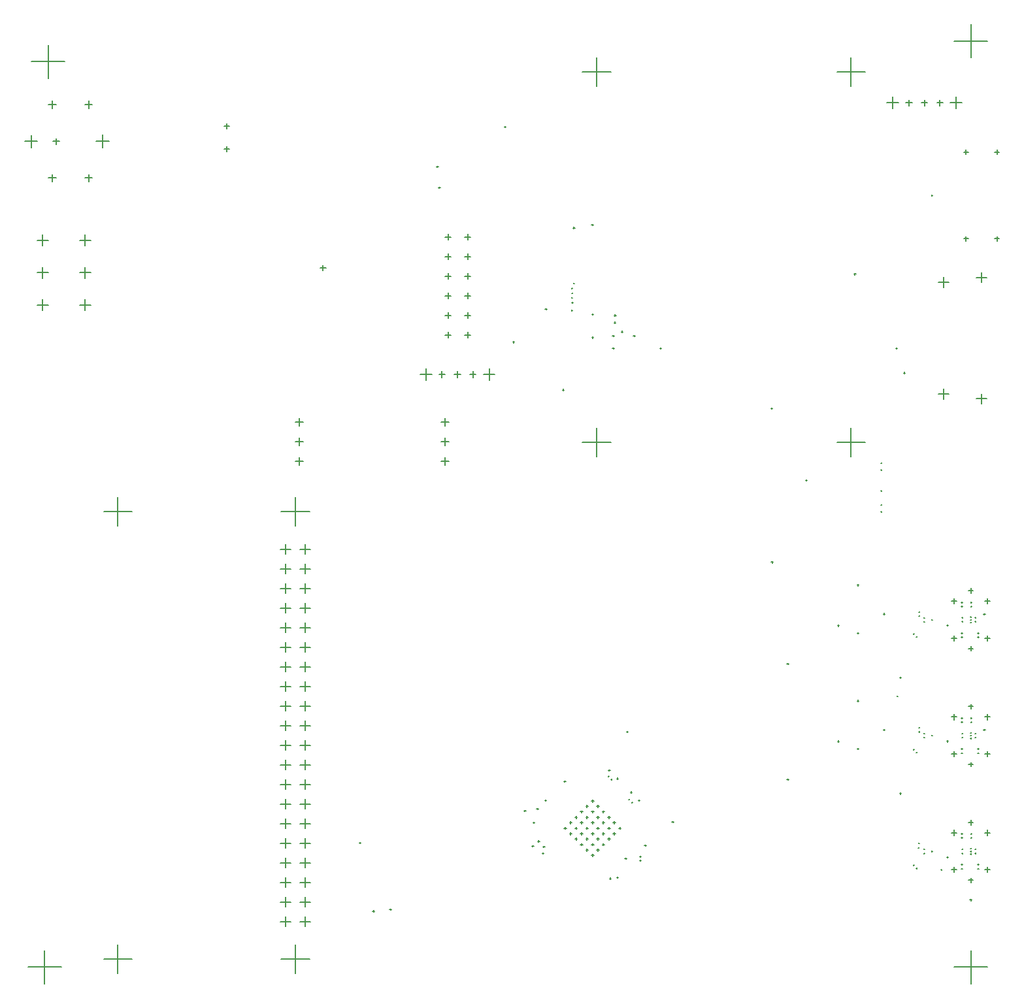
<source format=gbr>
%TF.GenerationSoftware,Altium Limited,Altium Designer,22.2.1 (43)*%
G04 Layer_Color=128*
%FSLAX26Y26*%
%MOIN*%
%TF.SameCoordinates,D552E928-BF45-442C-827F-4CC0F3A717A5*%
%TF.FilePolarity,Positive*%
%TF.FileFunction,Drillmap*%
%TF.Part,Single*%
G01*
G75*
%TA.AperFunction,NonConductor*%
%ADD200C,0.005000*%
D200*
X5801181Y5590551D02*
X5860236D01*
X5830709Y5561024D02*
Y5620079D01*
X5478346Y5590551D02*
X5537401D01*
X5507874Y5561024D02*
Y5620079D01*
X5574803Y5590551D02*
X5606299D01*
X5590551Y5574803D02*
Y5606299D01*
X5653543Y5590551D02*
X5685039D01*
X5669291Y5574803D02*
Y5606299D01*
X5732283Y5590551D02*
X5763779D01*
X5748032Y5574803D02*
Y5606299D01*
X3096457Y4204724D02*
X3155512D01*
X3125984Y4175197D02*
Y4234252D01*
X3419291Y4204724D02*
X3478346D01*
X3448819Y4175197D02*
Y4234252D01*
X3350394Y4204724D02*
X3381890D01*
X3366142Y4188976D02*
Y4220472D01*
X3271654Y4204724D02*
X3303150D01*
X3287402Y4188976D02*
Y4220472D01*
X3192913Y4204724D02*
X3224409D01*
X3208661Y4188976D02*
Y4220472D01*
X5222441Y5748032D02*
X5368110D01*
X5295276Y5675197D02*
Y5820866D01*
X3923228Y5748032D02*
X4068898D01*
X3996063Y5675197D02*
Y5820866D01*
X5222441Y3858268D02*
X5368110D01*
X5295276Y3785433D02*
Y3931102D01*
X3923228Y3858268D02*
X4068898D01*
X3996063Y3785433D02*
Y3931102D01*
X2387795Y3503937D02*
X2533465D01*
X2460630Y3431102D02*
Y3576772D01*
X1482284Y1220472D02*
X1627953D01*
X1555118Y1147638D02*
Y1293307D01*
X2387795Y1220472D02*
X2533465D01*
X2460630Y1147638D02*
Y1293307D01*
X1482284Y3503937D02*
X1627953D01*
X1555118Y3431102D02*
Y3576772D01*
X2385276Y3312205D02*
X2436457D01*
X2410866Y3286614D02*
Y3337795D01*
X2485276Y3312205D02*
X2536457D01*
X2510866Y3286614D02*
Y3337795D01*
X2385276Y3212205D02*
X2436457D01*
X2410866Y3186614D02*
Y3237795D01*
X2485276Y3212205D02*
X2536457D01*
X2510866Y3186614D02*
Y3237795D01*
X2385276Y3112205D02*
X2436457D01*
X2410866Y3086614D02*
Y3137795D01*
X2485276Y3112205D02*
X2536457D01*
X2510866Y3086614D02*
Y3137795D01*
X2385276Y3012205D02*
X2436457D01*
X2410866Y2986614D02*
Y3037795D01*
X2485276Y3012205D02*
X2536457D01*
X2510866Y2986614D02*
Y3037795D01*
X2385276Y2912205D02*
X2436457D01*
X2410866Y2886614D02*
Y2937795D01*
X2485276Y2912205D02*
X2536457D01*
X2510866Y2886614D02*
Y2937795D01*
X2385276Y2812205D02*
X2436457D01*
X2410866Y2786614D02*
Y2837795D01*
X2485276Y2812205D02*
X2536457D01*
X2510866Y2786614D02*
Y2837795D01*
X2385276Y2712205D02*
X2436457D01*
X2410866Y2686614D02*
Y2737795D01*
X2485276Y2712205D02*
X2536457D01*
X2510866Y2686614D02*
Y2737795D01*
X2385276Y2612205D02*
X2436457D01*
X2410866Y2586614D02*
Y2637795D01*
X2485276Y2612205D02*
X2536457D01*
X2510866Y2586614D02*
Y2637795D01*
X2385276Y2512205D02*
X2436457D01*
X2410866Y2486614D02*
Y2537795D01*
X2485276Y2512205D02*
X2536457D01*
X2510866Y2486614D02*
Y2537795D01*
X2385276Y2412205D02*
X2436457D01*
X2410866Y2386614D02*
Y2437795D01*
X2485276Y2412205D02*
X2536457D01*
X2510866Y2386614D02*
Y2437795D01*
X2385276Y2312205D02*
X2436457D01*
X2410866Y2286614D02*
Y2337795D01*
X2485276Y2312205D02*
X2536457D01*
X2510866Y2286614D02*
Y2337795D01*
X2385276Y2212205D02*
X2436457D01*
X2410866Y2186614D02*
Y2237795D01*
X2485276Y2212205D02*
X2536457D01*
X2510866Y2186614D02*
Y2237795D01*
X2385276Y2112205D02*
X2436457D01*
X2410866Y2086614D02*
Y2137795D01*
X2485276Y2112205D02*
X2536457D01*
X2510866Y2086614D02*
Y2137795D01*
X2385276Y2012205D02*
X2436457D01*
X2410866Y1986614D02*
Y2037795D01*
X2485276Y2012205D02*
X2536457D01*
X2510866Y1986614D02*
Y2037795D01*
X2385276Y1912205D02*
X2436457D01*
X2410866Y1886614D02*
Y1937795D01*
X2485276Y1912205D02*
X2536457D01*
X2510866Y1886614D02*
Y1937795D01*
X2385276Y1812205D02*
X2436457D01*
X2410866Y1786614D02*
Y1837795D01*
X2485276Y1812205D02*
X2536457D01*
X2510866Y1786614D02*
Y1837795D01*
X2385276Y1712205D02*
X2436457D01*
X2410866Y1686614D02*
Y1737795D01*
X2485276Y1712205D02*
X2536457D01*
X2510866Y1686614D02*
Y1737795D01*
X2385276Y1612205D02*
X2436457D01*
X2410866Y1586614D02*
Y1637795D01*
X2485276Y1612205D02*
X2536457D01*
X2510866Y1586614D02*
Y1637795D01*
X2385276Y1512205D02*
X2436457D01*
X2410866Y1486614D02*
Y1537795D01*
X2485276Y1512205D02*
X2536457D01*
X2510866Y1486614D02*
Y1537795D01*
X2385276Y1412205D02*
X2436457D01*
X2410866Y1386614D02*
Y1437795D01*
X2485276Y1412205D02*
X2536457D01*
X2510866Y1386614D02*
Y1437795D01*
X3224961Y4406299D02*
X3254961D01*
X3239961Y4391299D02*
Y4421299D01*
X3324961Y4406299D02*
X3354961D01*
X3339961Y4391299D02*
Y4421299D01*
X3224961Y4506299D02*
X3254961D01*
X3239961Y4491299D02*
Y4521299D01*
X3324961Y4506299D02*
X3354961D01*
X3339961Y4491299D02*
Y4521299D01*
X3224961Y4606299D02*
X3254961D01*
X3239961Y4591299D02*
Y4621299D01*
X3324961Y4606299D02*
X3354961D01*
X3339961Y4591299D02*
Y4621299D01*
X3224961Y4706299D02*
X3254961D01*
X3239961Y4691299D02*
Y4721299D01*
X3324961Y4706299D02*
X3354961D01*
X3339961Y4691299D02*
Y4721299D01*
X3324961Y4906299D02*
X3354961D01*
X3339961Y4891299D02*
Y4921299D01*
X3224961Y4906299D02*
X3254961D01*
X3239961Y4891299D02*
Y4921299D01*
X3224961Y4806299D02*
X3254961D01*
X3239961Y4791299D02*
Y4821299D01*
X3324961Y4806299D02*
X3354961D01*
X3339961Y4791299D02*
Y4821299D01*
X1200787Y5206693D02*
X1240157D01*
X1220472Y5187008D02*
Y5226378D01*
X1200787Y5580709D02*
X1240157D01*
X1220472Y5561024D02*
Y5600394D01*
X1080709Y5393701D02*
X1143701D01*
X1112205Y5362205D02*
Y5425197D01*
X1224409Y5393701D02*
X1255906D01*
X1240158Y5377953D02*
Y5409449D01*
X1442913Y5393701D02*
X1509842D01*
X1476378Y5360236D02*
Y5427165D01*
X1385827Y5580709D02*
X1425197D01*
X1405512Y5561024D02*
Y5600394D01*
X1385827Y5206693D02*
X1425197D01*
X1405512Y5187008D02*
Y5226378D01*
X3204724Y3762205D02*
X3244094D01*
X3224409Y3742520D02*
Y3781890D01*
X3204724Y3862205D02*
X3244094D01*
X3224409Y3842520D02*
Y3881890D01*
X3204724Y3962205D02*
X3244094D01*
X3224409Y3942520D02*
Y3981890D01*
X2460630Y3762205D02*
X2500000D01*
X2480315Y3742520D02*
Y3781890D01*
X2460630Y3862205D02*
X2500000D01*
X2480315Y3842520D02*
Y3881890D01*
X2460630Y3962205D02*
X2500000D01*
X2480315Y3942520D02*
Y3981890D01*
X5820866Y5905512D02*
X5990157D01*
X5905512Y5820866D02*
Y5990157D01*
X5820866Y1181102D02*
X5990157D01*
X5905512Y1096457D02*
Y1265748D01*
X1115354Y5800000D02*
X1284646D01*
X1200000Y5715354D02*
Y5884646D01*
X1096457Y1181102D02*
X1265748D01*
X1181102Y1096457D02*
Y1265748D01*
X5742126Y4675197D02*
X5793307D01*
X5767717Y4649606D02*
Y4700787D01*
X5935039Y4698819D02*
X5986221D01*
X5960630Y4673228D02*
Y4724409D01*
X5742126Y4104331D02*
X5793307D01*
X5767717Y4078740D02*
Y4129921D01*
X5935039Y4080709D02*
X5986221D01*
X5960630Y4055118D02*
Y4106299D01*
X5870079Y5339370D02*
X5893701D01*
X5881890Y5327559D02*
Y5351181D01*
X5870079Y4896850D02*
X5893701D01*
X5881890Y4885039D02*
Y4908661D01*
X6027559Y5339370D02*
X6051181D01*
X6039370Y5327559D02*
Y5351181D01*
X6027559Y4896850D02*
X6051181D01*
X6039370Y4885039D02*
Y4908661D01*
X5976378Y2858268D02*
X6003937D01*
X5990158Y2844488D02*
Y2872047D01*
X5976378Y3047244D02*
X6003937D01*
X5990158Y3033465D02*
Y3061024D01*
X5807087Y3047244D02*
X5834646D01*
X5820866Y3033465D02*
Y3061024D01*
X5807087Y2858268D02*
X5834646D01*
X5820866Y2844488D02*
Y2872047D01*
X5894095Y2805118D02*
X5916929D01*
X5905512Y2793701D02*
Y2816535D01*
X5892520Y3100394D02*
X5918504D01*
X5905512Y3087402D02*
Y3113386D01*
X5976378Y2267716D02*
X6003937D01*
X5990158Y2253937D02*
Y2281496D01*
X5976378Y2456693D02*
X6003937D01*
X5990158Y2442913D02*
Y2470472D01*
X5807087Y2456693D02*
X5834646D01*
X5820866Y2442913D02*
Y2470472D01*
X5807087Y2267716D02*
X5834646D01*
X5820866Y2253937D02*
Y2281496D01*
X5894095Y2214567D02*
X5916929D01*
X5905512Y2203150D02*
Y2225984D01*
X5892520Y2509843D02*
X5918504D01*
X5905512Y2496850D02*
Y2522835D01*
X5976378Y1677165D02*
X6003937D01*
X5990158Y1663386D02*
Y1690945D01*
X5976378Y1866142D02*
X6003937D01*
X5990158Y1852362D02*
Y1879921D01*
X5807087Y1866142D02*
X5834646D01*
X5820866Y1852362D02*
Y1879921D01*
X5807087Y1677165D02*
X5834646D01*
X5820866Y1663386D02*
Y1690945D01*
X5894095Y1624016D02*
X5916929D01*
X5905512Y1612598D02*
Y1635433D01*
X5892520Y1919291D02*
X5918504D01*
X5905512Y1906299D02*
Y1932283D01*
X1142717Y4559055D02*
X1199803D01*
X1171260Y4530512D02*
Y4587598D01*
X1142717Y4724409D02*
X1199803D01*
X1171260Y4695866D02*
Y4752953D01*
X1142717Y4889764D02*
X1199803D01*
X1171260Y4861220D02*
Y4918307D01*
X1359252Y4559055D02*
X1416339D01*
X1387795Y4530512D02*
Y4587598D01*
X1359252Y4724409D02*
X1416339D01*
X1387795Y4695866D02*
Y4752953D01*
X1359252Y4889764D02*
X1416339D01*
X1387795Y4861220D02*
Y4918307D01*
X3970472Y1861925D02*
X3982284D01*
X3976378Y1856020D02*
Y1867831D01*
X3942634Y1834086D02*
X3954445D01*
X3948539Y1828181D02*
Y1839992D01*
X3914795Y1806247D02*
X3926606D01*
X3920700Y1800342D02*
Y1812153D01*
X3942634Y1889764D02*
X3954445D01*
X3948539Y1883858D02*
Y1895669D01*
X3914795Y1861925D02*
X3926606D01*
X3920700Y1856019D02*
Y1867830D01*
X3886956Y1834086D02*
X3898767D01*
X3892861Y1828181D02*
Y1839992D01*
X3914795Y1917603D02*
X3926606D01*
X3920700Y1911697D02*
Y1923508D01*
X3886956Y1889764D02*
X3898767D01*
X3892861Y1883858D02*
Y1895669D01*
X3859117Y1861925D02*
X3870928D01*
X3865023Y1856019D02*
Y1867830D01*
X3886956Y1945441D02*
X3898767D01*
X3892861Y1939536D02*
Y1951347D01*
X3859117Y1917603D02*
X3870928D01*
X3865023Y1911697D02*
Y1923508D01*
X3831278Y1889764D02*
X3843089D01*
X3837184Y1883858D02*
Y1895669D01*
X3998311Y1834086D02*
X4010122D01*
X4004217Y1828181D02*
Y1839992D01*
X3970472Y1806247D02*
X3982284D01*
X3976378Y1800342D02*
Y1812153D01*
X3942634Y1778408D02*
X3954445D01*
X3948539Y1772503D02*
Y1784314D01*
X3970472Y1750570D02*
X3982284D01*
X3976378Y1744664D02*
Y1756475D01*
X3998311Y1778408D02*
X4010122D01*
X4004217Y1772503D02*
Y1784314D01*
X4026150Y1806247D02*
X4037961D01*
X4032056Y1800342D02*
Y1812153D01*
X3970472Y1917603D02*
X3982284D01*
X3976378Y1911697D02*
Y1923508D01*
X3998311Y1945441D02*
X4010122D01*
X4004217Y1939536D02*
Y1951347D01*
X4026150Y1973280D02*
X4037961D01*
X4032056Y1967375D02*
Y1979186D01*
X3998311Y1889764D02*
X4010122D01*
X4004217Y1883858D02*
Y1895669D01*
X4026150Y1917603D02*
X4037961D01*
X4032056Y1911697D02*
Y1923508D01*
X4053989Y1945441D02*
X4065800D01*
X4059894Y1939536D02*
Y1951347D01*
X4026150Y1861925D02*
X4037961D01*
X4032056Y1856019D02*
Y1867830D01*
X4053989Y1889764D02*
X4065800D01*
X4059894Y1883858D02*
Y1895669D01*
X4081828Y1917603D02*
X4093639D01*
X4087733Y1911697D02*
Y1923508D01*
X4053989Y1834086D02*
X4065800D01*
X4059894Y1828181D02*
Y1839992D01*
X4081828Y1861925D02*
X4093639D01*
X4087733Y1856019D02*
Y1867830D01*
X4109667Y1889764D02*
X4121478D01*
X4115572Y1883858D02*
Y1895669D01*
X3942634Y1945441D02*
X3954445D01*
X3948539Y1939536D02*
Y1951347D01*
X3970472Y1973280D02*
X3982284D01*
X3976378Y1967375D02*
Y1979186D01*
X3998311Y2001119D02*
X4010122D01*
X4004217Y1995214D02*
Y2007025D01*
X3970472Y2028958D02*
X3982284D01*
X3976378Y2023053D02*
Y2034864D01*
X3942634Y2001119D02*
X3954445D01*
X3948539Y1995214D02*
Y2007025D01*
X3914795Y1973280D02*
X3926606D01*
X3920700Y1967375D02*
Y1979186D01*
X5529032Y2563000D02*
X5532968D01*
X5531000Y2561032D02*
Y2564968D01*
X4888079Y3247000D02*
X4897921D01*
X4893000Y3242079D02*
Y3251921D01*
X5858268Y2884252D02*
X5862205D01*
X5860236Y2882284D02*
Y2886220D01*
X5858268Y2863583D02*
X5862205D01*
X5860236Y2861614D02*
Y2865551D01*
X4160970Y2035992D02*
X4164907D01*
X4162939Y2034023D02*
Y2037960D01*
X4176252Y2020850D02*
X4180189D01*
X4178220Y2018881D02*
Y2022818D01*
X3870032Y4596000D02*
X3873968D01*
X3872000Y4594032D02*
Y4597968D01*
X3871032Y4619000D02*
X3874968D01*
X3873000Y4617032D02*
Y4620968D01*
X5941590Y1703937D02*
X5945527D01*
X5943558Y1701968D02*
Y1705906D01*
X5941590Y1682205D02*
X5945527D01*
X5943558Y1680236D02*
Y1684173D01*
X5858268Y2293898D02*
X5862205D01*
X5860236Y2291929D02*
Y2295866D01*
X5858268Y2272441D02*
X5862205D01*
X5860236Y2270472D02*
Y2274409D01*
X5906362Y3020866D02*
X5910299D01*
X5908331Y3018898D02*
Y3022835D01*
X5906362Y3041732D02*
X5910299D01*
X5908331Y3039764D02*
Y3043701D01*
X5906362Y2430709D02*
X5910299D01*
X5908331Y2428740D02*
Y2432677D01*
X5906362Y2451575D02*
X5910299D01*
X5908331Y2449606D02*
Y2453543D01*
X5906362Y1860827D02*
X5910299D01*
X5908331Y1858858D02*
Y1862795D01*
X5906362Y1839961D02*
X5910299D01*
X5908331Y1837992D02*
Y1841929D01*
X5858268Y1682205D02*
X5862205D01*
X5860236Y1680236D02*
Y1684173D01*
X5858268Y1703937D02*
X5862205D01*
X5860236Y1701968D02*
Y1705906D01*
X5861032Y1761024D02*
X5864968D01*
X5863000Y1759055D02*
Y1762992D01*
X5861032Y1782614D02*
X5864968D01*
X5863000Y1780646D02*
Y1784583D01*
X5928032Y1761614D02*
X5931968D01*
X5930000Y1759646D02*
Y1763583D01*
X5928032Y1782480D02*
X5931968D01*
X5930000Y1780512D02*
Y1784449D01*
X5861032Y2352165D02*
X5864968D01*
X5863000Y2350197D02*
Y2354134D01*
X5861032Y2373032D02*
X5864968D01*
X5863000Y2371063D02*
Y2375000D01*
X5928032Y2352165D02*
X5931968D01*
X5930000Y2350197D02*
Y2354134D01*
X5928032Y2373032D02*
X5931968D01*
X5930000Y2371063D02*
Y2375000D01*
X5928032Y2964488D02*
X5931968D01*
X5930000Y2962520D02*
Y2966457D01*
X5928032Y2943780D02*
X5931968D01*
X5930000Y2941811D02*
Y2945748D01*
X5861032Y2964488D02*
X5864968D01*
X5863000Y2962520D02*
Y2966457D01*
X5861032Y2943780D02*
X5864968D01*
X5863000Y2941811D02*
Y2945748D01*
X5564063Y4213000D02*
X5571937D01*
X5568000Y4209063D02*
Y4216937D01*
X3191063Y5158000D02*
X3198937D01*
X3195000Y5154063D02*
Y5161937D01*
X3869908Y4644486D02*
X3873845D01*
X3871877Y4642517D02*
Y4646454D01*
X3871679Y4569883D02*
X3875616D01*
X3873648Y4567915D02*
Y4571852D01*
X3869490Y4531705D02*
X3873427D01*
X3871458Y4529736D02*
Y4533673D01*
X2855063Y1466000D02*
X2862937D01*
X2859000Y1462063D02*
Y1469937D01*
X2786063Y1815000D02*
X2793937D01*
X2790000Y1811063D02*
Y1818937D01*
X2942063Y1474000D02*
X2949937D01*
X2946000Y1470063D02*
Y1477937D01*
X5640235Y2381299D02*
X5644172D01*
X5642204Y2379331D02*
Y2383268D01*
X5640235Y2402165D02*
X5644172D01*
X5642204Y2400197D02*
Y2404134D01*
X5627362Y1684646D02*
X5631299D01*
X5629331Y1682677D02*
Y1686614D01*
X5612756Y1699803D02*
X5616693D01*
X5614724Y1697835D02*
Y1701772D01*
X5627283Y2275276D02*
X5631221D01*
X5629252Y2273307D02*
Y2277244D01*
X5612835Y2290276D02*
X5616772D01*
X5614803Y2288307D02*
Y2292244D01*
X5666709Y1760630D02*
X5670646D01*
X5668678Y1758661D02*
Y1762598D01*
X5666709Y1782677D02*
X5670646D01*
X5668678Y1780709D02*
Y1784646D01*
X5666709Y2351968D02*
X5670646D01*
X5668678Y2350000D02*
Y2353937D01*
X5666709Y2372835D02*
X5670646D01*
X5668678Y2370866D02*
Y2374803D01*
X5858268Y1839961D02*
X5862205D01*
X5860236Y1837992D02*
Y1841929D01*
X5858268Y1860827D02*
X5862205D01*
X5860236Y1858858D02*
Y1862795D01*
X5858268Y2430709D02*
X5862205D01*
X5860236Y2428740D02*
Y2432677D01*
X5858268Y2451575D02*
X5862205D01*
X5860236Y2449606D02*
Y2453543D01*
X5941590Y2293898D02*
X5945527D01*
X5943558Y2291929D02*
Y2295866D01*
X5941590Y2272441D02*
X5945527D01*
X5943558Y2270472D02*
Y2274409D01*
X5638032Y1789764D02*
X5641968D01*
X5640000Y1787795D02*
Y1791732D01*
X5639018Y1812205D02*
X5642955D01*
X5640986Y1810236D02*
Y1814173D01*
X4218504Y1744685D02*
X4222441D01*
X4220472Y1742716D02*
Y1746653D01*
X4218504Y1724016D02*
X4222441D01*
X4220472Y1722047D02*
Y1725984D01*
X5666709Y2962795D02*
X5670646D01*
X5668678Y2960827D02*
Y2964764D01*
X5666709Y2941929D02*
X5670646D01*
X5668678Y2939961D02*
Y2943898D01*
X4070354Y2138307D02*
X4074291D01*
X4072323Y2136339D02*
Y2140276D01*
X4056811Y2154016D02*
X4060748D01*
X4058780Y2152047D02*
Y2155984D01*
X5941590Y2863583D02*
X5945527D01*
X5943558Y2861614D02*
Y2865551D01*
X5941590Y2884252D02*
X5945527D01*
X5943558Y2882284D02*
Y2886220D01*
X5858268Y3041732D02*
X5862205D01*
X5860236Y3039764D02*
Y3043701D01*
X5858268Y3020866D02*
X5862205D01*
X5860236Y3018898D02*
Y3022835D01*
X5612756Y2880905D02*
X5616693D01*
X5614724Y2878937D02*
Y2882874D01*
X5627362Y2865748D02*
X5631299D01*
X5629331Y2863780D02*
Y2867716D01*
X5640235Y2993110D02*
X5644172D01*
X5642204Y2991142D02*
Y2995079D01*
X5640235Y2972244D02*
X5644172D01*
X5642204Y2970276D02*
Y2974213D01*
X3668063Y1798000D02*
X3675937D01*
X3672000Y1794063D02*
Y1801937D01*
X2588000Y4749000D02*
X2616000D01*
X2602000Y4735000D02*
Y4763000D01*
X4242063Y1801000D02*
X4249937D01*
X4246000Y1797063D02*
Y1804937D01*
X5227063Y2923551D02*
X5234937D01*
X5231000Y2919614D02*
Y2927488D01*
X5227063Y2333000D02*
X5234937D01*
X5231000Y2329063D02*
Y2336937D01*
X3527559Y5468504D02*
X3535433D01*
X3531496Y5464567D02*
Y5472441D01*
X3181102Y5263779D02*
X3188976D01*
X3185039Y5259842D02*
Y5267717D01*
X3697835Y1822835D02*
X3705709D01*
X3701772Y1818898D02*
Y1826772D01*
X5311024Y4716535D02*
X5318898D01*
X5314961Y4712598D02*
Y4720472D01*
X5523622Y4338583D02*
X5531496D01*
X5527559Y4334646D02*
Y4342520D01*
X5901575Y1523622D02*
X5909449D01*
X5905512Y1519685D02*
Y1527559D01*
X5753937Y1677165D02*
X5757874D01*
X5755905Y1675197D02*
Y1679134D01*
X5785433Y1740158D02*
X5789370D01*
X5787402Y1738189D02*
Y1742126D01*
X5062992Y3665354D02*
X5070866D01*
X5066929Y3661417D02*
Y3669291D01*
X4885827Y4031496D02*
X4893701D01*
X4889764Y4027559D02*
Y4035433D01*
X3879921Y4669291D02*
X3883858D01*
X3881890Y4667323D02*
Y4671260D01*
X5446850Y3751968D02*
X5450787D01*
X5448819Y3750000D02*
Y3753937D01*
X5446850Y3716535D02*
X5450787D01*
X5448819Y3714567D02*
Y3718504D01*
X5446850Y3610236D02*
X5450787D01*
X5448819Y3608268D02*
Y3612205D01*
X5446850Y3539370D02*
X5450787D01*
X5448819Y3537402D02*
Y3541339D01*
X5446850Y3503937D02*
X5450787D01*
X5448819Y3501968D02*
Y3505905D01*
X5706693Y1771653D02*
X5710630D01*
X5708661Y1769685D02*
Y1773622D01*
X5706693Y2952756D02*
X5710630D01*
X5708661Y2950787D02*
Y2954724D01*
X5706693Y2362205D02*
X5710630D01*
X5708661Y2360236D02*
Y2364173D01*
X5706693Y5118110D02*
X5710630D01*
X5708661Y5116142D02*
Y5120079D01*
X3877953Y4952756D02*
X3885827D01*
X3881890Y4948819D02*
Y4956693D01*
X3735236Y4537402D02*
X3743110D01*
X3739173Y4533465D02*
Y4541339D01*
X3570866Y4370079D02*
X3578740D01*
X3574803Y4366142D02*
Y4374016D01*
X4123197Y4423000D02*
X4131071D01*
X4127134Y4419063D02*
Y4426937D01*
X3822835Y4125984D02*
X3830709D01*
X3826772Y4122047D02*
Y4129921D01*
X3972441Y4393701D02*
X3980315D01*
X3976378Y4389764D02*
Y4397638D01*
X4381890Y1921260D02*
X4389764D01*
X4385827Y1917323D02*
Y1925197D01*
X5326772Y2295276D02*
X5334646D01*
X5330709Y2291339D02*
Y2299213D01*
X5326772Y2885827D02*
X5334646D01*
X5330709Y2881890D02*
Y2889764D01*
X5326772Y3129921D02*
X5334646D01*
X5330709Y3125984D02*
Y3133858D01*
X5326772Y2539370D02*
X5334646D01*
X5330709Y2535433D02*
Y2543307D01*
X5543307Y2066929D02*
X5551181D01*
X5547244Y2062992D02*
Y2070866D01*
X4968504Y2137795D02*
X4976378D01*
X4972441Y2133858D02*
Y2141732D01*
X4968504Y2728347D02*
X4976378D01*
X4972441Y2724410D02*
Y2732284D01*
X5543307Y2657480D02*
X5551181D01*
X5547244Y2653543D02*
Y2661417D01*
X4078740Y4338583D02*
X4086614D01*
X4082677Y4334646D02*
Y4342520D01*
X4318898Y4338583D02*
X4326772D01*
X4322835Y4334646D02*
Y4342520D01*
X4078740Y4401575D02*
X4086614D01*
X4082677Y4397638D02*
Y4405512D01*
X4185039Y4401575D02*
X4192913D01*
X4188976Y4397638D02*
Y4405512D01*
X2096236Y5472441D02*
X2124236D01*
X2110236Y5458441D02*
Y5486441D01*
X2096236Y5354331D02*
X2124236D01*
X2110236Y5340331D02*
Y5368331D01*
X4149606Y2381890D02*
X4157480D01*
X4153543Y2377953D02*
Y2385827D01*
X3627953Y1978347D02*
X3635827D01*
X3631890Y1974409D02*
Y1982284D01*
X3673228Y1917323D02*
X3681102D01*
X3677165Y1913386D02*
Y1921260D01*
X3724410Y1795276D02*
X3732284D01*
X3728347Y1791339D02*
Y1799213D01*
X3720141Y1762205D02*
X3728015D01*
X3724078Y1758268D02*
Y1766142D01*
X4062992Y1632953D02*
X4070866D01*
X4066929Y1629016D02*
Y1636890D01*
X4142063Y1734000D02*
X4149937D01*
X4146000Y1730063D02*
Y1737937D01*
X3830963Y2128144D02*
X3838837D01*
X3834900Y2124207D02*
Y2132081D01*
X3733527Y2030708D02*
X3741401D01*
X3737464Y2026771D02*
Y2034645D01*
X3691769Y1988950D02*
X3699643D01*
X3695706Y1985013D02*
Y1992887D01*
X4099999Y1637464D02*
X4107873D01*
X4103936Y1633527D02*
Y1641401D01*
X4210821Y2031242D02*
X4218695D01*
X4214758Y2027305D02*
Y2035179D01*
X4057708Y2184355D02*
X4065582D01*
X4061645Y2180418D02*
Y2188292D01*
X4099466Y2142597D02*
X4107340D01*
X4103403Y2138660D02*
Y2146534D01*
X4169063Y2073000D02*
X4176937D01*
X4173000Y2069063D02*
Y2076937D01*
X5784063Y2924102D02*
X5791937D01*
X5788000Y2920165D02*
Y2928039D01*
X5971063Y2982102D02*
X5978937D01*
X5975000Y2978165D02*
Y2986039D01*
X5460063Y2982551D02*
X5467937D01*
X5464000Y2978614D02*
Y2986488D01*
X5460063Y2392000D02*
X5467937D01*
X5464000Y2388063D02*
Y2395937D01*
X5903543Y1771653D02*
X5907480D01*
X5905512Y1769685D02*
Y1773622D01*
X5903543Y1757874D02*
X5907480D01*
X5905512Y1755906D02*
Y1759842D01*
X5903543Y1785433D02*
X5907480D01*
X5905512Y1783465D02*
Y1787402D01*
X5903543Y2952756D02*
X5907480D01*
X5905512Y2950787D02*
Y2954724D01*
X5903543Y2938976D02*
X5907480D01*
X5905512Y2937008D02*
Y2940945D01*
X5903543Y2966535D02*
X5907480D01*
X5905512Y2964567D02*
Y2968504D01*
X5903543Y2375984D02*
X5907480D01*
X5905512Y2374016D02*
Y2377953D01*
X5903543Y2348425D02*
X5907480D01*
X5905512Y2346457D02*
Y2350394D01*
X5903543Y2362205D02*
X5907480D01*
X5905512Y2360236D02*
Y2364173D01*
X4088119Y4506229D02*
X4095993D01*
X4092056Y4502292D02*
Y4510166D01*
X4087476Y4469413D02*
X4095350D01*
X4091413Y4465476D02*
Y4473350D01*
X3973063Y4512000D02*
X3980937D01*
X3977000Y4508063D02*
Y4515937D01*
X3972063Y4968000D02*
X3979937D01*
X3976000Y4964063D02*
Y4971937D01*
X5971063Y2391551D02*
X5978937D01*
X5975000Y2387614D02*
Y2395488D01*
X5784063Y2333551D02*
X5791937D01*
X5788000Y2329614D02*
Y2337488D01*
%TF.MD5,a1f4021dc28a9e19849cb3667cb20936*%
M02*

</source>
